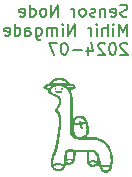
<source format=gbr>
%TF.GenerationSoftware,KiCad,Pcbnew,8.0.2*%
%TF.CreationDate,2024-07-16T13:24:57-07:00*%
%TF.ProjectId,sensor-node-rev-2,73656e73-6f72-42d6-9e6f-64652d726576,rev?*%
%TF.SameCoordinates,Original*%
%TF.FileFunction,Legend,Bot*%
%TF.FilePolarity,Positive*%
%FSLAX46Y46*%
G04 Gerber Fmt 4.6, Leading zero omitted, Abs format (unit mm)*
G04 Created by KiCad (PCBNEW 8.0.2) date 2024-07-16 13:24:57*
%MOMM*%
%LPD*%
G01*
G04 APERTURE LIST*
%ADD10C,0.150000*%
%ADD11C,0.000000*%
G04 APERTURE END LIST*
D10*
X120360839Y-105302312D02*
X120217982Y-105349931D01*
X120217982Y-105349931D02*
X119979887Y-105349931D01*
X119979887Y-105349931D02*
X119884649Y-105302312D01*
X119884649Y-105302312D02*
X119837030Y-105254692D01*
X119837030Y-105254692D02*
X119789411Y-105159454D01*
X119789411Y-105159454D02*
X119789411Y-105064216D01*
X119789411Y-105064216D02*
X119837030Y-104968978D01*
X119837030Y-104968978D02*
X119884649Y-104921359D01*
X119884649Y-104921359D02*
X119979887Y-104873740D01*
X119979887Y-104873740D02*
X120170363Y-104826121D01*
X120170363Y-104826121D02*
X120265601Y-104778502D01*
X120265601Y-104778502D02*
X120313220Y-104730883D01*
X120313220Y-104730883D02*
X120360839Y-104635645D01*
X120360839Y-104635645D02*
X120360839Y-104540407D01*
X120360839Y-104540407D02*
X120313220Y-104445169D01*
X120313220Y-104445169D02*
X120265601Y-104397550D01*
X120265601Y-104397550D02*
X120170363Y-104349931D01*
X120170363Y-104349931D02*
X119932268Y-104349931D01*
X119932268Y-104349931D02*
X119789411Y-104397550D01*
X118979887Y-105302312D02*
X119075125Y-105349931D01*
X119075125Y-105349931D02*
X119265601Y-105349931D01*
X119265601Y-105349931D02*
X119360839Y-105302312D01*
X119360839Y-105302312D02*
X119408458Y-105207073D01*
X119408458Y-105207073D02*
X119408458Y-104826121D01*
X119408458Y-104826121D02*
X119360839Y-104730883D01*
X119360839Y-104730883D02*
X119265601Y-104683264D01*
X119265601Y-104683264D02*
X119075125Y-104683264D01*
X119075125Y-104683264D02*
X118979887Y-104730883D01*
X118979887Y-104730883D02*
X118932268Y-104826121D01*
X118932268Y-104826121D02*
X118932268Y-104921359D01*
X118932268Y-104921359D02*
X119408458Y-105016597D01*
X118503696Y-104683264D02*
X118503696Y-105349931D01*
X118503696Y-104778502D02*
X118456077Y-104730883D01*
X118456077Y-104730883D02*
X118360839Y-104683264D01*
X118360839Y-104683264D02*
X118217982Y-104683264D01*
X118217982Y-104683264D02*
X118122744Y-104730883D01*
X118122744Y-104730883D02*
X118075125Y-104826121D01*
X118075125Y-104826121D02*
X118075125Y-105349931D01*
X117646553Y-105302312D02*
X117551315Y-105349931D01*
X117551315Y-105349931D02*
X117360839Y-105349931D01*
X117360839Y-105349931D02*
X117265601Y-105302312D01*
X117265601Y-105302312D02*
X117217982Y-105207073D01*
X117217982Y-105207073D02*
X117217982Y-105159454D01*
X117217982Y-105159454D02*
X117265601Y-105064216D01*
X117265601Y-105064216D02*
X117360839Y-105016597D01*
X117360839Y-105016597D02*
X117503696Y-105016597D01*
X117503696Y-105016597D02*
X117598934Y-104968978D01*
X117598934Y-104968978D02*
X117646553Y-104873740D01*
X117646553Y-104873740D02*
X117646553Y-104826121D01*
X117646553Y-104826121D02*
X117598934Y-104730883D01*
X117598934Y-104730883D02*
X117503696Y-104683264D01*
X117503696Y-104683264D02*
X117360839Y-104683264D01*
X117360839Y-104683264D02*
X117265601Y-104730883D01*
X116646553Y-105349931D02*
X116741791Y-105302312D01*
X116741791Y-105302312D02*
X116789410Y-105254692D01*
X116789410Y-105254692D02*
X116837029Y-105159454D01*
X116837029Y-105159454D02*
X116837029Y-104873740D01*
X116837029Y-104873740D02*
X116789410Y-104778502D01*
X116789410Y-104778502D02*
X116741791Y-104730883D01*
X116741791Y-104730883D02*
X116646553Y-104683264D01*
X116646553Y-104683264D02*
X116503696Y-104683264D01*
X116503696Y-104683264D02*
X116408458Y-104730883D01*
X116408458Y-104730883D02*
X116360839Y-104778502D01*
X116360839Y-104778502D02*
X116313220Y-104873740D01*
X116313220Y-104873740D02*
X116313220Y-105159454D01*
X116313220Y-105159454D02*
X116360839Y-105254692D01*
X116360839Y-105254692D02*
X116408458Y-105302312D01*
X116408458Y-105302312D02*
X116503696Y-105349931D01*
X116503696Y-105349931D02*
X116646553Y-105349931D01*
X115884648Y-105349931D02*
X115884648Y-104683264D01*
X115884648Y-104873740D02*
X115837029Y-104778502D01*
X115837029Y-104778502D02*
X115789410Y-104730883D01*
X115789410Y-104730883D02*
X115694172Y-104683264D01*
X115694172Y-104683264D02*
X115598934Y-104683264D01*
X114503695Y-105349931D02*
X114503695Y-104349931D01*
X114503695Y-104349931D02*
X113932267Y-105349931D01*
X113932267Y-105349931D02*
X113932267Y-104349931D01*
X113313219Y-105349931D02*
X113408457Y-105302312D01*
X113408457Y-105302312D02*
X113456076Y-105254692D01*
X113456076Y-105254692D02*
X113503695Y-105159454D01*
X113503695Y-105159454D02*
X113503695Y-104873740D01*
X113503695Y-104873740D02*
X113456076Y-104778502D01*
X113456076Y-104778502D02*
X113408457Y-104730883D01*
X113408457Y-104730883D02*
X113313219Y-104683264D01*
X113313219Y-104683264D02*
X113170362Y-104683264D01*
X113170362Y-104683264D02*
X113075124Y-104730883D01*
X113075124Y-104730883D02*
X113027505Y-104778502D01*
X113027505Y-104778502D02*
X112979886Y-104873740D01*
X112979886Y-104873740D02*
X112979886Y-105159454D01*
X112979886Y-105159454D02*
X113027505Y-105254692D01*
X113027505Y-105254692D02*
X113075124Y-105302312D01*
X113075124Y-105302312D02*
X113170362Y-105349931D01*
X113170362Y-105349931D02*
X113313219Y-105349931D01*
X112122743Y-105349931D02*
X112122743Y-104349931D01*
X112122743Y-105302312D02*
X112217981Y-105349931D01*
X112217981Y-105349931D02*
X112408457Y-105349931D01*
X112408457Y-105349931D02*
X112503695Y-105302312D01*
X112503695Y-105302312D02*
X112551314Y-105254692D01*
X112551314Y-105254692D02*
X112598933Y-105159454D01*
X112598933Y-105159454D02*
X112598933Y-104873740D01*
X112598933Y-104873740D02*
X112551314Y-104778502D01*
X112551314Y-104778502D02*
X112503695Y-104730883D01*
X112503695Y-104730883D02*
X112408457Y-104683264D01*
X112408457Y-104683264D02*
X112217981Y-104683264D01*
X112217981Y-104683264D02*
X112122743Y-104730883D01*
X111265600Y-105302312D02*
X111360838Y-105349931D01*
X111360838Y-105349931D02*
X111551314Y-105349931D01*
X111551314Y-105349931D02*
X111646552Y-105302312D01*
X111646552Y-105302312D02*
X111694171Y-105207073D01*
X111694171Y-105207073D02*
X111694171Y-104826121D01*
X111694171Y-104826121D02*
X111646552Y-104730883D01*
X111646552Y-104730883D02*
X111551314Y-104683264D01*
X111551314Y-104683264D02*
X111360838Y-104683264D01*
X111360838Y-104683264D02*
X111265600Y-104730883D01*
X111265600Y-104730883D02*
X111217981Y-104826121D01*
X111217981Y-104826121D02*
X111217981Y-104921359D01*
X111217981Y-104921359D02*
X111694171Y-105016597D01*
X120313220Y-106959875D02*
X120313220Y-105959875D01*
X120313220Y-105959875D02*
X119979887Y-106674160D01*
X119979887Y-106674160D02*
X119646554Y-105959875D01*
X119646554Y-105959875D02*
X119646554Y-106959875D01*
X119170363Y-106959875D02*
X119170363Y-106293208D01*
X119170363Y-105959875D02*
X119217982Y-106007494D01*
X119217982Y-106007494D02*
X119170363Y-106055113D01*
X119170363Y-106055113D02*
X119122744Y-106007494D01*
X119122744Y-106007494D02*
X119170363Y-105959875D01*
X119170363Y-105959875D02*
X119170363Y-106055113D01*
X118694173Y-106959875D02*
X118694173Y-105959875D01*
X118265602Y-106959875D02*
X118265602Y-106436065D01*
X118265602Y-106436065D02*
X118313221Y-106340827D01*
X118313221Y-106340827D02*
X118408459Y-106293208D01*
X118408459Y-106293208D02*
X118551316Y-106293208D01*
X118551316Y-106293208D02*
X118646554Y-106340827D01*
X118646554Y-106340827D02*
X118694173Y-106388446D01*
X117789411Y-106959875D02*
X117789411Y-106293208D01*
X117789411Y-105959875D02*
X117837030Y-106007494D01*
X117837030Y-106007494D02*
X117789411Y-106055113D01*
X117789411Y-106055113D02*
X117741792Y-106007494D01*
X117741792Y-106007494D02*
X117789411Y-105959875D01*
X117789411Y-105959875D02*
X117789411Y-106055113D01*
X117313221Y-106959875D02*
X117313221Y-106293208D01*
X117313221Y-106483684D02*
X117265602Y-106388446D01*
X117265602Y-106388446D02*
X117217983Y-106340827D01*
X117217983Y-106340827D02*
X117122745Y-106293208D01*
X117122745Y-106293208D02*
X117027507Y-106293208D01*
X115932268Y-106959875D02*
X115932268Y-105959875D01*
X115932268Y-105959875D02*
X115360840Y-106959875D01*
X115360840Y-106959875D02*
X115360840Y-105959875D01*
X114884649Y-106959875D02*
X114884649Y-106293208D01*
X114884649Y-105959875D02*
X114932268Y-106007494D01*
X114932268Y-106007494D02*
X114884649Y-106055113D01*
X114884649Y-106055113D02*
X114837030Y-106007494D01*
X114837030Y-106007494D02*
X114884649Y-105959875D01*
X114884649Y-105959875D02*
X114884649Y-106055113D01*
X114408459Y-106959875D02*
X114408459Y-106293208D01*
X114408459Y-106388446D02*
X114360840Y-106340827D01*
X114360840Y-106340827D02*
X114265602Y-106293208D01*
X114265602Y-106293208D02*
X114122745Y-106293208D01*
X114122745Y-106293208D02*
X114027507Y-106340827D01*
X114027507Y-106340827D02*
X113979888Y-106436065D01*
X113979888Y-106436065D02*
X113979888Y-106959875D01*
X113979888Y-106436065D02*
X113932269Y-106340827D01*
X113932269Y-106340827D02*
X113837031Y-106293208D01*
X113837031Y-106293208D02*
X113694174Y-106293208D01*
X113694174Y-106293208D02*
X113598935Y-106340827D01*
X113598935Y-106340827D02*
X113551316Y-106436065D01*
X113551316Y-106436065D02*
X113551316Y-106959875D01*
X112646555Y-106293208D02*
X112646555Y-107102732D01*
X112646555Y-107102732D02*
X112694174Y-107197970D01*
X112694174Y-107197970D02*
X112741793Y-107245589D01*
X112741793Y-107245589D02*
X112837031Y-107293208D01*
X112837031Y-107293208D02*
X112979888Y-107293208D01*
X112979888Y-107293208D02*
X113075126Y-107245589D01*
X112646555Y-106912256D02*
X112741793Y-106959875D01*
X112741793Y-106959875D02*
X112932269Y-106959875D01*
X112932269Y-106959875D02*
X113027507Y-106912256D01*
X113027507Y-106912256D02*
X113075126Y-106864636D01*
X113075126Y-106864636D02*
X113122745Y-106769398D01*
X113122745Y-106769398D02*
X113122745Y-106483684D01*
X113122745Y-106483684D02*
X113075126Y-106388446D01*
X113075126Y-106388446D02*
X113027507Y-106340827D01*
X113027507Y-106340827D02*
X112932269Y-106293208D01*
X112932269Y-106293208D02*
X112741793Y-106293208D01*
X112741793Y-106293208D02*
X112646555Y-106340827D01*
X111741793Y-106959875D02*
X111741793Y-106436065D01*
X111741793Y-106436065D02*
X111789412Y-106340827D01*
X111789412Y-106340827D02*
X111884650Y-106293208D01*
X111884650Y-106293208D02*
X112075126Y-106293208D01*
X112075126Y-106293208D02*
X112170364Y-106340827D01*
X111741793Y-106912256D02*
X111837031Y-106959875D01*
X111837031Y-106959875D02*
X112075126Y-106959875D01*
X112075126Y-106959875D02*
X112170364Y-106912256D01*
X112170364Y-106912256D02*
X112217983Y-106817017D01*
X112217983Y-106817017D02*
X112217983Y-106721779D01*
X112217983Y-106721779D02*
X112170364Y-106626541D01*
X112170364Y-106626541D02*
X112075126Y-106578922D01*
X112075126Y-106578922D02*
X111837031Y-106578922D01*
X111837031Y-106578922D02*
X111741793Y-106531303D01*
X110837031Y-106959875D02*
X110837031Y-105959875D01*
X110837031Y-106912256D02*
X110932269Y-106959875D01*
X110932269Y-106959875D02*
X111122745Y-106959875D01*
X111122745Y-106959875D02*
X111217983Y-106912256D01*
X111217983Y-106912256D02*
X111265602Y-106864636D01*
X111265602Y-106864636D02*
X111313221Y-106769398D01*
X111313221Y-106769398D02*
X111313221Y-106483684D01*
X111313221Y-106483684D02*
X111265602Y-106388446D01*
X111265602Y-106388446D02*
X111217983Y-106340827D01*
X111217983Y-106340827D02*
X111122745Y-106293208D01*
X111122745Y-106293208D02*
X110932269Y-106293208D01*
X110932269Y-106293208D02*
X110837031Y-106340827D01*
X109979888Y-106912256D02*
X110075126Y-106959875D01*
X110075126Y-106959875D02*
X110265602Y-106959875D01*
X110265602Y-106959875D02*
X110360840Y-106912256D01*
X110360840Y-106912256D02*
X110408459Y-106817017D01*
X110408459Y-106817017D02*
X110408459Y-106436065D01*
X110408459Y-106436065D02*
X110360840Y-106340827D01*
X110360840Y-106340827D02*
X110265602Y-106293208D01*
X110265602Y-106293208D02*
X110075126Y-106293208D01*
X110075126Y-106293208D02*
X109979888Y-106340827D01*
X109979888Y-106340827D02*
X109932269Y-106436065D01*
X109932269Y-106436065D02*
X109932269Y-106531303D01*
X109932269Y-106531303D02*
X110408459Y-106626541D01*
X120360839Y-107665057D02*
X120313220Y-107617438D01*
X120313220Y-107617438D02*
X120217982Y-107569819D01*
X120217982Y-107569819D02*
X119979887Y-107569819D01*
X119979887Y-107569819D02*
X119884649Y-107617438D01*
X119884649Y-107617438D02*
X119837030Y-107665057D01*
X119837030Y-107665057D02*
X119789411Y-107760295D01*
X119789411Y-107760295D02*
X119789411Y-107855533D01*
X119789411Y-107855533D02*
X119837030Y-107998390D01*
X119837030Y-107998390D02*
X120408458Y-108569819D01*
X120408458Y-108569819D02*
X119789411Y-108569819D01*
X119170363Y-107569819D02*
X119075125Y-107569819D01*
X119075125Y-107569819D02*
X118979887Y-107617438D01*
X118979887Y-107617438D02*
X118932268Y-107665057D01*
X118932268Y-107665057D02*
X118884649Y-107760295D01*
X118884649Y-107760295D02*
X118837030Y-107950771D01*
X118837030Y-107950771D02*
X118837030Y-108188866D01*
X118837030Y-108188866D02*
X118884649Y-108379342D01*
X118884649Y-108379342D02*
X118932268Y-108474580D01*
X118932268Y-108474580D02*
X118979887Y-108522200D01*
X118979887Y-108522200D02*
X119075125Y-108569819D01*
X119075125Y-108569819D02*
X119170363Y-108569819D01*
X119170363Y-108569819D02*
X119265601Y-108522200D01*
X119265601Y-108522200D02*
X119313220Y-108474580D01*
X119313220Y-108474580D02*
X119360839Y-108379342D01*
X119360839Y-108379342D02*
X119408458Y-108188866D01*
X119408458Y-108188866D02*
X119408458Y-107950771D01*
X119408458Y-107950771D02*
X119360839Y-107760295D01*
X119360839Y-107760295D02*
X119313220Y-107665057D01*
X119313220Y-107665057D02*
X119265601Y-107617438D01*
X119265601Y-107617438D02*
X119170363Y-107569819D01*
X118456077Y-107665057D02*
X118408458Y-107617438D01*
X118408458Y-107617438D02*
X118313220Y-107569819D01*
X118313220Y-107569819D02*
X118075125Y-107569819D01*
X118075125Y-107569819D02*
X117979887Y-107617438D01*
X117979887Y-107617438D02*
X117932268Y-107665057D01*
X117932268Y-107665057D02*
X117884649Y-107760295D01*
X117884649Y-107760295D02*
X117884649Y-107855533D01*
X117884649Y-107855533D02*
X117932268Y-107998390D01*
X117932268Y-107998390D02*
X118503696Y-108569819D01*
X118503696Y-108569819D02*
X117884649Y-108569819D01*
X117027506Y-107903152D02*
X117027506Y-108569819D01*
X117265601Y-107522200D02*
X117503696Y-108236485D01*
X117503696Y-108236485D02*
X116884649Y-108236485D01*
X116503696Y-108188866D02*
X115741792Y-108188866D01*
X115075125Y-107569819D02*
X114979887Y-107569819D01*
X114979887Y-107569819D02*
X114884649Y-107617438D01*
X114884649Y-107617438D02*
X114837030Y-107665057D01*
X114837030Y-107665057D02*
X114789411Y-107760295D01*
X114789411Y-107760295D02*
X114741792Y-107950771D01*
X114741792Y-107950771D02*
X114741792Y-108188866D01*
X114741792Y-108188866D02*
X114789411Y-108379342D01*
X114789411Y-108379342D02*
X114837030Y-108474580D01*
X114837030Y-108474580D02*
X114884649Y-108522200D01*
X114884649Y-108522200D02*
X114979887Y-108569819D01*
X114979887Y-108569819D02*
X115075125Y-108569819D01*
X115075125Y-108569819D02*
X115170363Y-108522200D01*
X115170363Y-108522200D02*
X115217982Y-108474580D01*
X115217982Y-108474580D02*
X115265601Y-108379342D01*
X115265601Y-108379342D02*
X115313220Y-108188866D01*
X115313220Y-108188866D02*
X115313220Y-107950771D01*
X115313220Y-107950771D02*
X115265601Y-107760295D01*
X115265601Y-107760295D02*
X115217982Y-107665057D01*
X115217982Y-107665057D02*
X115170363Y-107617438D01*
X115170363Y-107617438D02*
X115075125Y-107569819D01*
X114408458Y-107569819D02*
X113741792Y-107569819D01*
X113741792Y-107569819D02*
X114170363Y-108569819D01*
D11*
%TO.C,G\u002A\u002A\u002A*%
G36*
X115463568Y-110974318D02*
G01*
X115464852Y-110976272D01*
X115493831Y-110990036D01*
X115551990Y-111006419D01*
X115628554Y-111022285D01*
X115671089Y-111030059D01*
X115774718Y-111052554D01*
X115848503Y-111076357D01*
X115901747Y-111105001D01*
X115943754Y-111142022D01*
X115976129Y-111194792D01*
X115985460Y-111280070D01*
X115983343Y-111287959D01*
X115958049Y-111382218D01*
X115938236Y-111419557D01*
X115884205Y-111472826D01*
X115801946Y-111509010D01*
X115684989Y-111531651D01*
X115637639Y-111538910D01*
X115585333Y-111553817D01*
X115572596Y-111570907D01*
X115604458Y-111643730D01*
X115639402Y-111729870D01*
X115668608Y-111813003D01*
X115692610Y-111897668D01*
X115711944Y-111988400D01*
X115727144Y-112089737D01*
X115738743Y-112206217D01*
X115747276Y-112342377D01*
X115753278Y-112502754D01*
X115757282Y-112691886D01*
X115759823Y-112914310D01*
X115761436Y-113174564D01*
X115762315Y-113352177D01*
X115763447Y-113540234D01*
X115764760Y-113692061D01*
X115766415Y-113811075D01*
X115768574Y-113900697D01*
X115771401Y-113964346D01*
X115775057Y-114005441D01*
X115779705Y-114027401D01*
X115785507Y-114033645D01*
X115792625Y-114027594D01*
X115801222Y-114012665D01*
X115812097Y-113992945D01*
X115882174Y-113901224D01*
X115969685Y-113827633D01*
X116061403Y-113783804D01*
X116101383Y-113774934D01*
X116196777Y-113763476D01*
X116307262Y-113758637D01*
X116418604Y-113760417D01*
X116516567Y-113768813D01*
X116586916Y-113783827D01*
X116634997Y-113804132D01*
X116751256Y-113879189D01*
X116856049Y-113981869D01*
X116938004Y-114101870D01*
X116984093Y-114207741D01*
X117008390Y-114263554D01*
X117064622Y-114455777D01*
X117101752Y-114661679D01*
X117116632Y-114867765D01*
X117116321Y-114879808D01*
X117112697Y-115020187D01*
X117089204Y-115182877D01*
X117043406Y-115316240D01*
X116973559Y-115424998D01*
X116877919Y-115513872D01*
X116810892Y-115563322D01*
X117178048Y-115551948D01*
X117456864Y-115552069D01*
X117706995Y-115572276D01*
X117928436Y-115614279D01*
X118125888Y-115679639D01*
X118304053Y-115769920D01*
X118467634Y-115886683D01*
X118621331Y-116031490D01*
X118736378Y-116165549D01*
X118884642Y-116388747D01*
X118999112Y-116634356D01*
X119080274Y-116903758D01*
X119128615Y-117198336D01*
X119144620Y-117519473D01*
X119143660Y-117544974D01*
X119136225Y-117742376D01*
X119105671Y-117969798D01*
X119061822Y-118131087D01*
X119053029Y-118163428D01*
X118978584Y-118322508D01*
X118882617Y-118446279D01*
X118765414Y-118533985D01*
X118732758Y-118548837D01*
X118627070Y-118572104D01*
X118508965Y-118571201D01*
X118394013Y-118547219D01*
X118297783Y-118501247D01*
X118231022Y-118446247D01*
X118143602Y-118339839D01*
X118067017Y-118199611D01*
X118026238Y-118093244D01*
X118235620Y-118093244D01*
X118275086Y-118169954D01*
X118278889Y-118177091D01*
X118324831Y-118246055D01*
X118378434Y-118307342D01*
X118416675Y-118337279D01*
X118507084Y-118374319D01*
X118603011Y-118377534D01*
X118691377Y-118345337D01*
X118723265Y-118321007D01*
X118771337Y-118270700D01*
X118811719Y-118214635D01*
X118836565Y-118164277D01*
X118838026Y-118131087D01*
X118837064Y-118129721D01*
X118805167Y-118109770D01*
X118746027Y-118087463D01*
X118673185Y-118066702D01*
X118600181Y-118051385D01*
X118540555Y-118045413D01*
X118507916Y-118047073D01*
X118434294Y-118055737D01*
X118354704Y-118069329D01*
X118235620Y-118093244D01*
X118026238Y-118093244D01*
X117998726Y-118021483D01*
X117930304Y-117812572D01*
X117881293Y-117884698D01*
X117858792Y-117912857D01*
X117778697Y-117979440D01*
X117675680Y-118035209D01*
X117563616Y-118073534D01*
X117456379Y-118087782D01*
X117447868Y-118087684D01*
X117322704Y-118066923D01*
X117198604Y-118014748D01*
X117092390Y-117938079D01*
X117087086Y-117932935D01*
X117022144Y-117842271D01*
X116979443Y-117730850D01*
X117206708Y-117730850D01*
X117207644Y-117766539D01*
X117247890Y-117809001D01*
X117325804Y-117856303D01*
X117341685Y-117863956D01*
X117404612Y-117887435D01*
X117454327Y-117896658D01*
X117513083Y-117885472D01*
X117586644Y-117857349D01*
X117655560Y-117820709D01*
X117701382Y-117783969D01*
X117705028Y-117779439D01*
X117715244Y-117756825D01*
X117698654Y-117738141D01*
X117648594Y-117714633D01*
X117644021Y-117712821D01*
X117580954Y-117697988D01*
X117497813Y-117690115D01*
X117407010Y-117688956D01*
X117320954Y-117694263D01*
X117252057Y-117705791D01*
X117212729Y-117723292D01*
X117206708Y-117730850D01*
X116979443Y-117730850D01*
X116973493Y-117715324D01*
X116940977Y-117551322D01*
X116924438Y-117349496D01*
X116924205Y-117271519D01*
X117116280Y-117271519D01*
X117121221Y-117381799D01*
X117127788Y-117455939D01*
X117135338Y-117513924D01*
X117145008Y-117543568D01*
X117159580Y-117552518D01*
X117181837Y-117548424D01*
X117220517Y-117539815D01*
X117302766Y-117529467D01*
X117400168Y-117523018D01*
X117498448Y-117520974D01*
X117583328Y-117523843D01*
X117640533Y-117532132D01*
X117646108Y-117533756D01*
X117705822Y-117552365D01*
X117749608Y-117567913D01*
X117775524Y-117574235D01*
X117793546Y-117561846D01*
X117806550Y-117522489D01*
X117818960Y-117448550D01*
X117819332Y-117445845D01*
X117817897Y-117358925D01*
X117797781Y-117251333D01*
X117763276Y-117137349D01*
X117718675Y-117031252D01*
X117668271Y-116947321D01*
X117652291Y-116926980D01*
X117587760Y-116861061D01*
X117517293Y-116821191D01*
X117429297Y-116802587D01*
X117312176Y-116800468D01*
X117283082Y-116801440D01*
X117142702Y-116806130D01*
X117124455Y-117003846D01*
X117122797Y-117023337D01*
X117116876Y-117143839D01*
X117116280Y-117271519D01*
X116924205Y-117271519D01*
X116923720Y-117109073D01*
X116931748Y-116816723D01*
X116459952Y-116816723D01*
X115988156Y-116816723D01*
X115987737Y-116980901D01*
X115984575Y-117097985D01*
X115966308Y-117287195D01*
X115933059Y-117454809D01*
X115898129Y-117558991D01*
X115886272Y-117594356D01*
X115827392Y-117699367D01*
X115799944Y-117729935D01*
X115717965Y-117792311D01*
X115615880Y-117845754D01*
X115508776Y-117883084D01*
X115411744Y-117897123D01*
X115381885Y-117896008D01*
X115306663Y-117885192D01*
X115249127Y-117866599D01*
X115190100Y-117836075D01*
X115152845Y-117956632D01*
X115119527Y-118040200D01*
X115088983Y-118116812D01*
X115004978Y-118248851D01*
X114904351Y-118346303D01*
X114789586Y-118406093D01*
X114789264Y-118406199D01*
X114718389Y-118418720D01*
X114620731Y-118422213D01*
X114510667Y-118417316D01*
X114402577Y-118404665D01*
X114310839Y-118384897D01*
X114263983Y-118368104D01*
X114149445Y-118304847D01*
X114045021Y-118219083D01*
X113966814Y-118123068D01*
X113960643Y-118112928D01*
X113930715Y-118056694D01*
X113918831Y-118020999D01*
X114137928Y-118020999D01*
X114155563Y-118052804D01*
X114174344Y-118076249D01*
X114245680Y-118131533D01*
X114344071Y-118178882D01*
X114458632Y-118212559D01*
X114465771Y-118214033D01*
X114601711Y-118231493D01*
X114709732Y-118221358D01*
X114794902Y-118182381D01*
X114862289Y-118113317D01*
X114889921Y-118073278D01*
X114903550Y-118040200D01*
X114888833Y-118017706D01*
X114843676Y-117992180D01*
X114840800Y-117990704D01*
X114715887Y-117946079D01*
X114570414Y-117930105D01*
X114400789Y-117942738D01*
X114203417Y-117983929D01*
X114184233Y-117989025D01*
X114145105Y-118003164D01*
X114137928Y-118020999D01*
X113918831Y-118020999D01*
X113912135Y-118000888D01*
X113901358Y-117931245D01*
X113894839Y-117833503D01*
X113893857Y-117809828D01*
X113893601Y-117714831D01*
X113900596Y-117620275D01*
X113916295Y-117519547D01*
X113942154Y-117406033D01*
X113979629Y-117273121D01*
X114030173Y-117114195D01*
X114095243Y-116922644D01*
X114107070Y-116888321D01*
X114239704Y-116467288D01*
X114345472Y-116054125D01*
X114429135Y-115630401D01*
X114455836Y-115466039D01*
X114497401Y-115168452D01*
X114528813Y-114882068D01*
X114549931Y-114611127D01*
X114560612Y-114359867D01*
X114560714Y-114132528D01*
X114550095Y-113933347D01*
X114528611Y-113766565D01*
X114496120Y-113636418D01*
X114492451Y-113626606D01*
X114449603Y-113551361D01*
X114391844Y-113487822D01*
X114333536Y-113426663D01*
X114287122Y-113331126D01*
X114279014Y-113226714D01*
X114309373Y-113119084D01*
X114378359Y-113013893D01*
X114439411Y-112933696D01*
X114505947Y-112803287D01*
X114544232Y-112654020D01*
X114557094Y-112477404D01*
X114557381Y-112425093D01*
X114555484Y-112355000D01*
X114546091Y-112301952D01*
X114523981Y-112260280D01*
X114483932Y-112224316D01*
X114420724Y-112188391D01*
X114329134Y-112146837D01*
X114203943Y-112093984D01*
X114177107Y-112082614D01*
X114011431Y-112006672D01*
X113883185Y-111935382D01*
X113788748Y-111865618D01*
X113724503Y-111794249D01*
X113686831Y-111718148D01*
X113672520Y-111636501D01*
X113876524Y-111636501D01*
X113910526Y-111704763D01*
X113985629Y-111768794D01*
X114032606Y-111794937D01*
X114108724Y-111832137D01*
X114203131Y-111875234D01*
X114305260Y-111919253D01*
X114455862Y-111985762D01*
X114570485Y-112046789D01*
X114653649Y-112107821D01*
X114710069Y-112174425D01*
X114744460Y-112252169D01*
X114761536Y-112346620D01*
X114766012Y-112463345D01*
X114755089Y-112615072D01*
X114723502Y-112770940D01*
X114674686Y-112915288D01*
X114612081Y-113038022D01*
X114539127Y-113129048D01*
X114515102Y-113155224D01*
X114484948Y-113223243D01*
X114496165Y-113292165D01*
X114548552Y-113357119D01*
X114594947Y-113401497D01*
X114642018Y-113464461D01*
X114678994Y-113541109D01*
X114706881Y-113636187D01*
X114726687Y-113754446D01*
X114739419Y-113900633D01*
X114746084Y-114079498D01*
X114747690Y-114295789D01*
X114736530Y-114697198D01*
X114685449Y-115274041D01*
X114593817Y-115847676D01*
X114462499Y-116413026D01*
X114292362Y-116965013D01*
X114269101Y-117032451D01*
X114200996Y-117239055D01*
X114147784Y-117416094D01*
X114109789Y-117562018D01*
X114087338Y-117675274D01*
X114080756Y-117754310D01*
X114090368Y-117797574D01*
X114116500Y-117803514D01*
X114128025Y-117799985D01*
X114178687Y-117788252D01*
X114254334Y-117773125D01*
X114343351Y-117756989D01*
X114417405Y-117745766D01*
X114582877Y-117735567D01*
X114730671Y-117751390D01*
X114872656Y-117794066D01*
X114913395Y-117809472D01*
X114961454Y-117825389D01*
X114982564Y-117829050D01*
X114984369Y-117825635D01*
X114992162Y-117789551D01*
X115001310Y-117723536D01*
X115010888Y-117637253D01*
X115014470Y-117599031D01*
X115204337Y-117599031D01*
X115207624Y-117606750D01*
X115237440Y-117633268D01*
X115288230Y-117663665D01*
X115298294Y-117668744D01*
X115363599Y-117696221D01*
X115418862Y-117702975D01*
X115479346Y-117688329D01*
X115560311Y-117651608D01*
X115599640Y-117630587D01*
X115654271Y-117590773D01*
X115667633Y-117558991D01*
X115640032Y-117535666D01*
X115571774Y-117521225D01*
X115463164Y-117516094D01*
X115424231Y-117517568D01*
X115344696Y-117528989D01*
X115274127Y-117548747D01*
X115223636Y-117573282D01*
X115204337Y-117599031D01*
X115014470Y-117599031D01*
X115019968Y-117540371D01*
X115027623Y-117442554D01*
X115032926Y-117353467D01*
X115034694Y-117291752D01*
X115225685Y-117291752D01*
X115226666Y-117360272D01*
X115232367Y-117395473D01*
X115246602Y-117406277D01*
X115273186Y-117401602D01*
X115298380Y-117395961D01*
X115362439Y-117385353D01*
X115437364Y-117375836D01*
X115519079Y-117372512D01*
X115644143Y-117394782D01*
X115671177Y-117403404D01*
X115720075Y-117413986D01*
X115743622Y-117411364D01*
X115749240Y-117393979D01*
X115759081Y-117340030D01*
X115769772Y-117261830D01*
X115780136Y-117170096D01*
X115788997Y-117075544D01*
X115795176Y-116988891D01*
X115797498Y-116920855D01*
X115797498Y-116801440D01*
X115686280Y-116788081D01*
X115610410Y-116780320D01*
X115488753Y-116775278D01*
X115398456Y-116782552D01*
X115344166Y-116801953D01*
X115318702Y-116838794D01*
X115292078Y-116907482D01*
X115266924Y-116997476D01*
X115245781Y-117098301D01*
X115231188Y-117199482D01*
X115225686Y-117290545D01*
X115225685Y-117291752D01*
X115034694Y-117291752D01*
X115034951Y-117282778D01*
X115035992Y-117239327D01*
X115047545Y-117114961D01*
X115069725Y-116987171D01*
X115099829Y-116867406D01*
X115135156Y-116767114D01*
X115173006Y-116697741D01*
X115205565Y-116659537D01*
X115241587Y-116630225D01*
X115286374Y-116609379D01*
X115345497Y-116596220D01*
X115424529Y-116589967D01*
X115529043Y-116589842D01*
X115664612Y-116595064D01*
X115836807Y-116604853D01*
X115996286Y-116613243D01*
X116272517Y-116621587D01*
X116573110Y-116623204D01*
X116906817Y-116618204D01*
X117524022Y-116603748D01*
X117635831Y-116659465D01*
X117648077Y-116665763D01*
X117734175Y-116723734D01*
X117809011Y-116802345D01*
X117874939Y-116905940D01*
X117934318Y-117038864D01*
X117989502Y-117205463D01*
X118042848Y-117410083D01*
X118051312Y-117445845D01*
X118070531Y-117527053D01*
X118102189Y-117659059D01*
X118126792Y-117756825D01*
X118127026Y-117757755D01*
X118146771Y-117827760D01*
X118163153Y-117873695D01*
X118177902Y-117900179D01*
X118192746Y-117911832D01*
X118209416Y-117913274D01*
X118229639Y-117909126D01*
X118246773Y-117905884D01*
X118308249Y-117898094D01*
X118392959Y-117890180D01*
X118487906Y-117883436D01*
X118503547Y-117882524D01*
X118603212Y-117878792D01*
X118676418Y-117881798D01*
X118736955Y-117892868D01*
X118798612Y-117913329D01*
X118908066Y-117955265D01*
X118921165Y-117910306D01*
X118930036Y-117865966D01*
X118939293Y-117778183D01*
X118945487Y-117667502D01*
X118948394Y-117544974D01*
X118947792Y-117421652D01*
X118943457Y-117308589D01*
X118935166Y-117216836D01*
X118929551Y-117176596D01*
X118880284Y-116920385D01*
X118810261Y-116695259D01*
X118716471Y-116494595D01*
X118595901Y-116311766D01*
X118445538Y-116140150D01*
X118314584Y-116021172D01*
X118177592Y-115927820D01*
X118024250Y-115855317D01*
X117841784Y-115796389D01*
X117800373Y-115785569D01*
X117740189Y-115772299D01*
X117679035Y-115763189D01*
X117608636Y-115757683D01*
X117520717Y-115755224D01*
X117407002Y-115755256D01*
X117259216Y-115757223D01*
X117081606Y-115760045D01*
X116858967Y-115763084D01*
X116671644Y-115764682D01*
X116515480Y-115764576D01*
X116386319Y-115762506D01*
X116280007Y-115758209D01*
X116192388Y-115751425D01*
X116119305Y-115741891D01*
X116056604Y-115729347D01*
X116000129Y-115713531D01*
X115945723Y-115694182D01*
X115889233Y-115671038D01*
X115848927Y-115651285D01*
X115743653Y-115578767D01*
X115648374Y-115486303D01*
X115578824Y-115388226D01*
X115570388Y-115372057D01*
X115555524Y-115338125D01*
X115545670Y-115300917D01*
X115540172Y-115252621D01*
X115538377Y-115185426D01*
X115539633Y-115091521D01*
X115543286Y-114963095D01*
X115544438Y-114918904D01*
X115546354Y-114811425D01*
X115548121Y-114669797D01*
X115549236Y-114549745D01*
X115871643Y-114549745D01*
X115872977Y-114767012D01*
X115873784Y-114819218D01*
X115888873Y-115031821D01*
X115922405Y-115211231D01*
X115973915Y-115354756D01*
X115991500Y-115389056D01*
X116023203Y-115432688D01*
X116066548Y-115460947D01*
X116136447Y-115485864D01*
X116207936Y-115505380D01*
X116334439Y-115521993D01*
X116451213Y-115508308D01*
X116572203Y-115463615D01*
X116641576Y-115428417D01*
X116753523Y-115354442D01*
X116833033Y-115269814D01*
X116884408Y-115167313D01*
X116911947Y-115039718D01*
X116919953Y-114879808D01*
X116919166Y-114843803D01*
X116912101Y-114747054D01*
X116899298Y-114644535D01*
X116882704Y-114548267D01*
X116864264Y-114470274D01*
X116845925Y-114422577D01*
X116845548Y-114422093D01*
X116819651Y-114419547D01*
X116764949Y-114427129D01*
X116692702Y-114443314D01*
X116614247Y-114466583D01*
X116568248Y-114488731D01*
X116557525Y-114509870D01*
X116557804Y-114510969D01*
X116563276Y-114548036D01*
X116569862Y-114613168D01*
X116576199Y-114692995D01*
X116580798Y-114769226D01*
X116577851Y-114820422D01*
X116560376Y-114843276D01*
X116522127Y-114845134D01*
X116456860Y-114833341D01*
X116414856Y-114820942D01*
X116394822Y-114795639D01*
X116390540Y-114743307D01*
X116387977Y-114696328D01*
X116377587Y-114628473D01*
X116362110Y-114568391D01*
X116344692Y-114527539D01*
X116328480Y-114517374D01*
X116312877Y-114521151D01*
X116261422Y-114527266D01*
X116184311Y-114533503D01*
X116091302Y-114538973D01*
X115871643Y-114549745D01*
X115549236Y-114549745D01*
X115549705Y-114499244D01*
X115551067Y-114305546D01*
X115913370Y-114305546D01*
X115915627Y-114340771D01*
X115921463Y-114346363D01*
X115946088Y-114353225D01*
X115993699Y-114355037D01*
X116070666Y-114351872D01*
X116183356Y-114343801D01*
X116226709Y-114339879D01*
X116264363Y-114331178D01*
X116275969Y-114312572D01*
X116271356Y-114276551D01*
X116270229Y-114270697D01*
X116269038Y-114233218D01*
X116289467Y-114208477D01*
X116340961Y-114183900D01*
X116422435Y-114150596D01*
X116454212Y-114223271D01*
X116460176Y-114236019D01*
X116486010Y-114275917D01*
X116507172Y-114287976D01*
X116527842Y-114281976D01*
X116580850Y-114268777D01*
X116650166Y-114252750D01*
X116704100Y-114238835D01*
X116753088Y-114221433D01*
X116771976Y-114207741D01*
X116769989Y-114198979D01*
X116745183Y-114160506D01*
X116699931Y-114109997D01*
X116644310Y-114057252D01*
X116588394Y-114012074D01*
X116542258Y-113984263D01*
X116540045Y-113983356D01*
X116463962Y-113964509D01*
X116363068Y-113955247D01*
X116253359Y-113956230D01*
X116150833Y-113968117D01*
X116091820Y-113988789D01*
X116020336Y-114044961D01*
X116014670Y-114052096D01*
X115981990Y-114106366D01*
X115951149Y-114175356D01*
X115926743Y-114246078D01*
X115913370Y-114305546D01*
X115551067Y-114305546D01*
X115551071Y-114304990D01*
X115552185Y-114092260D01*
X115553011Y-113866278D01*
X115553516Y-113632268D01*
X115553664Y-113395455D01*
X115553630Y-113287483D01*
X115553368Y-113038721D01*
X115552783Y-112827318D01*
X115551780Y-112649673D01*
X115550265Y-112502184D01*
X115548143Y-112381249D01*
X115545320Y-112283264D01*
X115541702Y-112204627D01*
X115537194Y-112141737D01*
X115531702Y-112090991D01*
X115525130Y-112048786D01*
X115517386Y-112011520D01*
X115462177Y-111824921D01*
X115377007Y-111644108D01*
X115267556Y-111497767D01*
X115132917Y-111385163D01*
X114972184Y-111305560D01*
X114784449Y-111258223D01*
X114568807Y-111242418D01*
X114403109Y-111250462D01*
X114236451Y-111282050D01*
X114098979Y-111338576D01*
X113987208Y-111421109D01*
X113931851Y-111480801D01*
X113883630Y-111562387D01*
X113876524Y-111636501D01*
X113672520Y-111636501D01*
X113672114Y-111634186D01*
X113669135Y-111602931D01*
X113653094Y-111566643D01*
X113615513Y-111550837D01*
X113602695Y-111548242D01*
X113459286Y-111510965D01*
X113355297Y-111466012D01*
X113288479Y-111412430D01*
X113279187Y-111400849D01*
X113247402Y-111350757D01*
X113234946Y-111312470D01*
X113236389Y-111303588D01*
X113477815Y-111303588D01*
X113530775Y-111324304D01*
X113537902Y-111326938D01*
X113598749Y-111344039D01*
X113668473Y-111357762D01*
X113706651Y-111362104D01*
X113748208Y-111357419D01*
X113788391Y-111334354D01*
X113842424Y-111286691D01*
X113884580Y-111246154D01*
X113908832Y-111217760D01*
X113907064Y-111205511D01*
X113893662Y-111204081D01*
X115227696Y-111204081D01*
X115242360Y-111217760D01*
X115253985Y-111228604D01*
X115310994Y-111271727D01*
X115341863Y-111293986D01*
X115401521Y-111329763D01*
X115454472Y-111345591D01*
X115517873Y-111347778D01*
X115596635Y-111344029D01*
X115686430Y-111334762D01*
X115744002Y-111320230D01*
X115775414Y-111299291D01*
X115782701Y-111287959D01*
X115775904Y-111267836D01*
X115733170Y-111248151D01*
X115676590Y-111233226D01*
X115591552Y-111217176D01*
X115493767Y-111202564D01*
X115396792Y-111191189D01*
X115314185Y-111184847D01*
X115259500Y-111185338D01*
X115252611Y-111186227D01*
X115228460Y-111192006D01*
X115227696Y-111204081D01*
X113893662Y-111204081D01*
X113882388Y-111202878D01*
X113815765Y-111208255D01*
X113721090Y-111224643D01*
X113625323Y-111247814D01*
X113548896Y-111273445D01*
X113477815Y-111303588D01*
X113236389Y-111303588D01*
X113241509Y-111272071D01*
X113284919Y-111200361D01*
X113367167Y-111136994D01*
X113486243Y-111083319D01*
X113640136Y-111040683D01*
X113710939Y-111025015D01*
X113765814Y-111009034D01*
X113798305Y-110989752D01*
X113813749Y-110967732D01*
X114039199Y-110967732D01*
X114045099Y-110979547D01*
X114076272Y-110986269D01*
X114102781Y-110984745D01*
X114166838Y-110982485D01*
X114261702Y-110979757D01*
X114381345Y-110976724D01*
X114519739Y-110973544D01*
X114670857Y-110970381D01*
X115228370Y-110959258D01*
X115168689Y-110902137D01*
X115150161Y-110885184D01*
X115062304Y-110823905D01*
X114956913Y-110781118D01*
X114826199Y-110754347D01*
X114662374Y-110741114D01*
X114576625Y-110739147D01*
X114417833Y-110746385D01*
X114290704Y-110770413D01*
X114189760Y-110812547D01*
X114109523Y-110874105D01*
X114088321Y-110896396D01*
X114053110Y-110939949D01*
X114039199Y-110967732D01*
X113813749Y-110967732D01*
X113818777Y-110960564D01*
X113837594Y-110914868D01*
X113853138Y-110879889D01*
X113922861Y-110776423D01*
X114017959Y-110684153D01*
X114126024Y-110615939D01*
X114258236Y-110568655D01*
X114425466Y-110537758D01*
X114605035Y-110528604D01*
X114786820Y-110540478D01*
X114960697Y-110572663D01*
X115116542Y-110624442D01*
X115244232Y-110695097D01*
X115256717Y-110704701D01*
X115317646Y-110763060D01*
X115379922Y-110836985D01*
X115432308Y-110912172D01*
X115455993Y-110959258D01*
X115463568Y-110974318D01*
G37*
G36*
X114368699Y-111640497D02*
G01*
X114460325Y-111660641D01*
X114520100Y-111675162D01*
X114589626Y-111686769D01*
X114645857Y-111686023D01*
X114705041Y-111673799D01*
X114757920Y-111661902D01*
X114822153Y-111659898D01*
X114855526Y-111682180D01*
X114861237Y-111729896D01*
X114850493Y-111765989D01*
X114820306Y-111790677D01*
X114759466Y-111811381D01*
X114735331Y-111817184D01*
X114639070Y-111828635D01*
X114538216Y-111825946D01*
X114442111Y-111811034D01*
X114360100Y-111785818D01*
X114301524Y-111752213D01*
X114275729Y-111712136D01*
X114273647Y-111691712D01*
X114280909Y-111654484D01*
X114310744Y-111637928D01*
X114368699Y-111640497D01*
G37*
G36*
X114868685Y-111401780D02*
G01*
X114897487Y-111436922D01*
X114900752Y-111467173D01*
X114885728Y-111511067D01*
X114868630Y-111527003D01*
X114833611Y-111541827D01*
X114797263Y-111527433D01*
X114770677Y-111486748D01*
X114769735Y-111436922D01*
X114785039Y-111411819D01*
X114825164Y-111393412D01*
X114868685Y-111401780D01*
G37*
G36*
X114360056Y-111427237D02*
G01*
X114373644Y-111466385D01*
X114355986Y-111511229D01*
X114329327Y-111532047D01*
X114283983Y-111532000D01*
X114243080Y-111494560D01*
X114232114Y-111459385D01*
X114255055Y-111422814D01*
X114282912Y-111404377D01*
X114326164Y-111403373D01*
X114360056Y-111427237D01*
G37*
%TD*%
M02*

</source>
